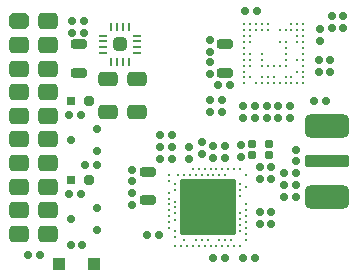
<source format=gbr>
%TF.GenerationSoftware,Altium Limited,Altium Designer,24.3.1 (35)*%
G04 Layer_Color=255*
%FSLAX45Y45*%
%MOMM*%
%TF.SameCoordinates,49A6F1C3-9DA9-4727-8ECF-3BB51FF8743F*%
%TF.FilePolarity,Positive*%
%TF.FileFunction,Pads,Top*%
%TF.Part,Single*%
G01*
G75*
%TA.AperFunction,ConnectorPad*%
G04:AMPARAMS|DCode=10|XSize=2mm|YSize=3.8mm|CornerRadius=0.5mm|HoleSize=0mm|Usage=FLASHONLY|Rotation=270.000|XOffset=0mm|YOffset=0mm|HoleType=Round|Shape=RoundedRectangle|*
%AMROUNDEDRECTD10*
21,1,2.00000,2.80000,0,0,270.0*
21,1,1.00000,3.80000,0,0,270.0*
1,1,1.00000,-1.40000,-0.50000*
1,1,1.00000,-1.40000,0.50000*
1,1,1.00000,1.40000,0.50000*
1,1,1.00000,1.40000,-0.50000*
%
%ADD10ROUNDEDRECTD10*%
G04:AMPARAMS|DCode=11|XSize=1mm|YSize=3.8mm|CornerRadius=0.25mm|HoleSize=0mm|Usage=FLASHONLY|Rotation=270.000|XOffset=0mm|YOffset=0mm|HoleType=Round|Shape=RoundedRectangle|*
%AMROUNDEDRECTD11*
21,1,1.00000,3.30000,0,0,270.0*
21,1,0.50000,3.80000,0,0,270.0*
1,1,0.50000,-1.65000,-0.25000*
1,1,0.50000,-1.65000,0.25000*
1,1,0.50000,1.65000,0.25000*
1,1,0.50000,1.65000,-0.25000*
%
%ADD11ROUNDEDRECTD11*%
%TA.AperFunction,SMDPad,CuDef*%
G04:AMPARAMS|DCode=12|XSize=0.6mm|YSize=0.6mm|CornerRadius=0.15mm|HoleSize=0mm|Usage=FLASHONLY|Rotation=180.000|XOffset=0mm|YOffset=0mm|HoleType=Round|Shape=RoundedRectangle|*
%AMROUNDEDRECTD12*
21,1,0.60000,0.30000,0,0,180.0*
21,1,0.30000,0.60000,0,0,180.0*
1,1,0.30000,-0.15000,0.15000*
1,1,0.30000,0.15000,0.15000*
1,1,0.30000,0.15000,-0.15000*
1,1,0.30000,-0.15000,-0.15000*
%
%ADD12ROUNDEDRECTD12*%
G04:AMPARAMS|DCode=13|XSize=4.75mm|YSize=4.75mm|CornerRadius=0.2375mm|HoleSize=0mm|Usage=FLASHONLY|Rotation=0.000|XOffset=0mm|YOffset=0mm|HoleType=Round|Shape=RoundedRectangle|*
%AMROUNDEDRECTD13*
21,1,4.75000,4.27500,0,0,0.0*
21,1,4.27500,4.75000,0,0,0.0*
1,1,0.47500,2.13750,-2.13750*
1,1,0.47500,-2.13750,-2.13750*
1,1,0.47500,-2.13750,2.13750*
1,1,0.47500,2.13750,2.13750*
%
%ADD13ROUNDEDRECTD13*%
%TA.AperFunction,BGAPad,CuDef*%
%ADD14C,0.26000*%
%TA.AperFunction,SMDPad,CuDef*%
%ADD15O,0.12500X0.12560*%
%TA.AperFunction,BGAPad,CuDef*%
%ADD16C,0.22000*%
%TA.AperFunction,SMDPad,CuDef*%
%ADD17C,0.12500*%
G04:AMPARAMS|DCode=18|XSize=0.8mm|YSize=1.35mm|CornerRadius=0.2mm|HoleSize=0mm|Usage=FLASHONLY|Rotation=270.000|XOffset=0mm|YOffset=0mm|HoleType=Round|Shape=RoundedRectangle|*
%AMROUNDEDRECTD18*
21,1,0.80000,0.95000,0,0,270.0*
21,1,0.40000,1.35000,0,0,270.0*
1,1,0.40000,-0.47500,-0.20000*
1,1,0.40000,-0.47500,0.20000*
1,1,0.40000,0.47500,0.20000*
1,1,0.40000,0.47500,-0.20000*
%
%ADD18ROUNDEDRECTD18*%
G04:AMPARAMS|DCode=19|XSize=0.6mm|YSize=0.6mm|CornerRadius=0.15mm|HoleSize=0mm|Usage=FLASHONLY|Rotation=270.000|XOffset=0mm|YOffset=0mm|HoleType=Round|Shape=RoundedRectangle|*
%AMROUNDEDRECTD19*
21,1,0.60000,0.30000,0,0,270.0*
21,1,0.30000,0.60000,0,0,270.0*
1,1,0.30000,-0.15000,-0.15000*
1,1,0.30000,-0.15000,0.15000*
1,1,0.30000,0.15000,0.15000*
1,1,0.30000,0.15000,-0.15000*
%
%ADD19ROUNDEDRECTD19*%
%ADD20R,0.23000X0.75000*%
G04:AMPARAMS|DCode=21|XSize=0.23mm|YSize=0.75mm|CornerRadius=0.0575mm|HoleSize=0mm|Usage=FLASHONLY|Rotation=180.000|XOffset=0mm|YOffset=0mm|HoleType=Round|Shape=RoundedRectangle|*
%AMROUNDEDRECTD21*
21,1,0.23000,0.63500,0,0,180.0*
21,1,0.11500,0.75000,0,0,180.0*
1,1,0.11500,-0.05750,0.31750*
1,1,0.11500,0.05750,0.31750*
1,1,0.11500,0.05750,-0.31750*
1,1,0.11500,-0.05750,-0.31750*
%
%ADD21ROUNDEDRECTD21*%
G04:AMPARAMS|DCode=22|XSize=0.23mm|YSize=0.75mm|CornerRadius=0.0575mm|HoleSize=0mm|Usage=FLASHONLY|Rotation=90.000|XOffset=0mm|YOffset=0mm|HoleType=Round|Shape=RoundedRectangle|*
%AMROUNDEDRECTD22*
21,1,0.23000,0.63500,0,0,90.0*
21,1,0.11500,0.75000,0,0,90.0*
1,1,0.11500,0.31750,0.05750*
1,1,0.11500,0.31750,-0.05750*
1,1,0.11500,-0.31750,-0.05750*
1,1,0.11500,-0.31750,0.05750*
%
%ADD22ROUNDEDRECTD22*%
G04:AMPARAMS|DCode=23|XSize=1.13mm|YSize=1.13mm|CornerRadius=0.2825mm|HoleSize=0mm|Usage=FLASHONLY|Rotation=90.000|XOffset=0mm|YOffset=0mm|HoleType=Round|Shape=RoundedRectangle|*
%AMROUNDEDRECTD23*
21,1,1.13000,0.56500,0,0,90.0*
21,1,0.56500,1.13000,0,0,90.0*
1,1,0.56500,0.28250,0.28250*
1,1,0.56500,0.28250,-0.28250*
1,1,0.56500,-0.28250,-0.28250*
1,1,0.56500,-0.28250,0.28250*
%
%ADD23ROUNDEDRECTD23*%
G04:AMPARAMS|DCode=24|XSize=0.75mm|YSize=0.65mm|CornerRadius=0.1625mm|HoleSize=0mm|Usage=FLASHONLY|Rotation=0.000|XOffset=0mm|YOffset=0mm|HoleType=Round|Shape=RoundedRectangle|*
%AMROUNDEDRECTD24*
21,1,0.75000,0.32500,0,0,0.0*
21,1,0.42500,0.65000,0,0,0.0*
1,1,0.32500,0.21250,-0.16250*
1,1,0.32500,-0.21250,-0.16250*
1,1,0.32500,-0.21250,0.16250*
1,1,0.32500,0.21250,0.16250*
%
%ADD24ROUNDEDRECTD24*%
%TA.AperFunction,BGAPad,SMDef*%
%ADD25C,0.25000*%
%TA.AperFunction,BGAPad,CuDef*%
%ADD26C,0.25000*%
%ADD27C,0.12500*%
%TA.AperFunction,SMDPad,CuDef*%
G04:AMPARAMS|DCode=28|XSize=0.6mm|YSize=0.7mm|CornerRadius=0.15mm|HoleSize=0mm|Usage=FLASHONLY|Rotation=270.000|XOffset=0mm|YOffset=0mm|HoleType=Round|Shape=RoundedRectangle|*
%AMROUNDEDRECTD28*
21,1,0.60000,0.40000,0,0,270.0*
21,1,0.30000,0.70000,0,0,270.0*
1,1,0.30000,-0.20000,-0.15000*
1,1,0.30000,-0.20000,0.15000*
1,1,0.30000,0.20000,0.15000*
1,1,0.30000,0.20000,-0.15000*
%
%ADD28ROUNDEDRECTD28*%
%ADD29R,0.80000X0.80000*%
G04:AMPARAMS|DCode=30|XSize=0.8mm|YSize=0.8mm|CornerRadius=0.2mm|HoleSize=0mm|Usage=FLASHONLY|Rotation=90.000|XOffset=0mm|YOffset=0mm|HoleType=Round|Shape=RoundedRectangle|*
%AMROUNDEDRECTD30*
21,1,0.80000,0.40000,0,0,90.0*
21,1,0.40000,0.80000,0,0,90.0*
1,1,0.40000,0.20000,0.20000*
1,1,0.40000,0.20000,-0.20000*
1,1,0.40000,-0.20000,-0.20000*
1,1,0.40000,-0.20000,0.20000*
%
%ADD30ROUNDEDRECTD30*%
%ADD31R,1.10000X1.10000*%
G04:AMPARAMS|DCode=32|XSize=1.1mm|YSize=1.1mm|CornerRadius=0.275mm|HoleSize=0mm|Usage=FLASHONLY|Rotation=90.000|XOffset=0mm|YOffset=0mm|HoleType=Round|Shape=RoundedRectangle|*
%AMROUNDEDRECTD32*
21,1,1.10000,0.55000,0,0,90.0*
21,1,0.55000,1.10000,0,0,90.0*
1,1,0.55000,0.27500,0.27500*
1,1,0.55000,0.27500,-0.27500*
1,1,0.55000,-0.27500,-0.27500*
1,1,0.55000,-0.27500,0.27500*
%
%ADD32ROUNDEDRECTD32*%
G04:AMPARAMS|DCode=33|XSize=1.65mm|YSize=1.25mm|CornerRadius=0.3125mm|HoleSize=0mm|Usage=FLASHONLY|Rotation=180.000|XOffset=0mm|YOffset=0mm|HoleType=Round|Shape=RoundedRectangle|*
%AMROUNDEDRECTD33*
21,1,1.65000,0.62500,0,0,180.0*
21,1,1.02500,1.25000,0,0,180.0*
1,1,0.62500,-0.51250,0.31250*
1,1,0.62500,0.51250,0.31250*
1,1,0.62500,0.51250,-0.31250*
1,1,0.62500,-0.51250,-0.31250*
%
%ADD33ROUNDEDRECTD33*%
%TA.AperFunction,ComponentPad*%
G04:AMPARAMS|DCode=43|XSize=1.4mm|YSize=1.7mm|CornerRadius=0mm|HoleSize=0mm|Usage=FLASHONLY|Rotation=270.000|XOffset=0mm|YOffset=0mm|HoleType=Round|Shape=Octagon|*
%AMOCTAGOND43*
4,1,8,0.85000,0.35000,0.85000,-0.35000,0.50000,-0.70000,-0.50000,-0.70000,-0.85000,-0.35000,-0.85000,0.35000,-0.50000,0.70000,0.50000,0.70000,0.85000,0.35000,0.0*
%
%ADD43OCTAGOND43*%

G04:AMPARAMS|DCode=44|XSize=1.4mm|YSize=1.7mm|CornerRadius=0.35mm|HoleSize=0mm|Usage=FLASHONLY|Rotation=270.000|XOffset=0mm|YOffset=0mm|HoleType=Round|Shape=RoundedRectangle|*
%AMROUNDEDRECTD44*
21,1,1.40000,1.00000,0,0,270.0*
21,1,0.70000,1.70000,0,0,270.0*
1,1,0.70000,-0.50000,-0.35000*
1,1,0.70000,-0.50000,0.35000*
1,1,0.70000,0.50000,0.35000*
1,1,0.70000,0.50000,-0.35000*
%
%ADD44ROUNDEDRECTD44*%
D10*
X2760000Y840000D02*
D03*
Y1440000D02*
D03*
D11*
Y1140000D02*
D03*
D12*
X2500000Y840000D02*
D03*
Y940000D02*
D03*
X2150000Y1510000D02*
D03*
Y1610000D02*
D03*
X2350000D02*
D03*
Y1510000D02*
D03*
X2050000D02*
D03*
Y1610000D02*
D03*
X2900000Y2370000D02*
D03*
Y2270000D02*
D03*
X2800000Y2370000D02*
D03*
Y2270000D02*
D03*
X2250000Y1610000D02*
D03*
Y1510000D02*
D03*
X2450000Y1610000D02*
D03*
Y1510000D02*
D03*
X1700000Y1299999D02*
D03*
Y1200000D02*
D03*
X1870000Y1660000D02*
D03*
Y1560000D02*
D03*
X2500000Y1140000D02*
D03*
Y1240000D02*
D03*
X2400000Y840000D02*
D03*
Y940000D02*
D03*
X1590000Y1160000D02*
D03*
Y1260000D02*
D03*
X1350000Y1160000D02*
D03*
Y1260000D02*
D03*
X1110000Y870000D02*
D03*
Y770000D02*
D03*
Y970000D02*
D03*
Y1069999D02*
D03*
X2030000Y1180000D02*
D03*
Y1280000D02*
D03*
X1450000Y1160000D02*
D03*
Y1260000D02*
D03*
X1770000Y1660000D02*
D03*
Y1560000D02*
D03*
X2700000Y2260000D02*
D03*
Y2160000D02*
D03*
X1770000Y1880000D02*
D03*
Y1980000D02*
D03*
Y2170000D02*
D03*
Y2070000D02*
D03*
D13*
X1750000Y749999D02*
D03*
D14*
X2075000Y524999D02*
D03*
X2024995Y599999D02*
D03*
X2075000Y924999D02*
D03*
Y774999D02*
D03*
Y724999D02*
D03*
Y624999D02*
D03*
Y574999D02*
D03*
X2025000Y949999D02*
D03*
Y899999D02*
D03*
Y849999D02*
D03*
Y649999D02*
D03*
Y549999D02*
D03*
Y699999D02*
D03*
X1425000Y1024999D02*
D03*
Y974999D02*
D03*
X1475000Y949999D02*
D03*
Y899999D02*
D03*
X1425000Y874999D02*
D03*
Y824999D02*
D03*
X1475000Y799999D02*
D03*
X1425000Y774999D02*
D03*
X1475000Y749999D02*
D03*
X1425000Y724999D02*
D03*
Y674999D02*
D03*
X1475000Y645000D02*
D03*
X1425000Y624999D02*
D03*
Y574999D02*
D03*
X1475000Y549999D02*
D03*
Y499999D02*
D03*
X1800000Y1024999D02*
D03*
X1850000D02*
D03*
X1900000D02*
D03*
X2075000D02*
D03*
X1700000D02*
D03*
X1650000D02*
D03*
X1600000D02*
D03*
X1550000D02*
D03*
X1500000D02*
D03*
X1750000D02*
D03*
Y474999D02*
D03*
X1850000D02*
D03*
X1900000D02*
D03*
X1950000D02*
D03*
X2075000D02*
D03*
X1775000Y424999D02*
D03*
X1875000D02*
D03*
X2025000D02*
D03*
X1675000D02*
D03*
X1625000D02*
D03*
X1475000D02*
D03*
X1700000Y474999D02*
D03*
X1650000D02*
D03*
X1550000D02*
D03*
X1725000Y424999D02*
D03*
X1825000Y1074999D02*
D03*
X1875000D02*
D03*
X1925000D02*
D03*
X1975000D02*
D03*
X2025000D02*
D03*
X1675000D02*
D03*
X1475000Y699999D02*
D03*
D15*
X2075000Y824999D02*
D03*
D16*
Y674999D02*
D03*
X1725000Y1074999D02*
D03*
X1825000Y424999D02*
D03*
X1925000D02*
D03*
X1975000D02*
D03*
X1575000D02*
D03*
X1525000D02*
D03*
X1775000Y1074999D02*
D03*
X1625000D02*
D03*
X2360000Y2250000D02*
D03*
X2410000D02*
D03*
X2460000D02*
D03*
X2410000Y2150000D02*
D03*
X2060000Y2100000D02*
D03*
X2560000D02*
D03*
X2060000Y2050000D02*
D03*
X2410000D02*
D03*
X2560000D02*
D03*
X2210000Y2000000D02*
D03*
X2410000D02*
D03*
X2560000D02*
D03*
X2210000Y1950000D02*
D03*
X2260000D02*
D03*
X2310000D02*
D03*
X2360000D02*
D03*
X2560000D02*
D03*
X2210000Y1850000D02*
D03*
X2260000D02*
D03*
X2310000D02*
D03*
X2160000Y1800000D02*
D03*
X2210000D02*
D03*
D17*
X1475000Y850000D02*
D03*
X1800000Y474999D02*
D03*
D18*
X660000Y2130000D02*
D03*
Y1890000D02*
D03*
X1900000D02*
D03*
Y2130000D02*
D03*
X1250000Y1049999D02*
D03*
Y809999D02*
D03*
D19*
X2190000Y1090000D02*
D03*
X2290000D02*
D03*
Y610000D02*
D03*
X2190000D02*
D03*
X2690000Y1900000D02*
D03*
X2790000D02*
D03*
X580000Y1530000D02*
D03*
X680000D02*
D03*
X2650000Y1650000D02*
D03*
X2750000D02*
D03*
X810000Y1110000D02*
D03*
X710000D02*
D03*
X2790000Y2000000D02*
D03*
X2690000D02*
D03*
X690000Y430000D02*
D03*
X590000D02*
D03*
X580000Y860000D02*
D03*
X680000D02*
D03*
X2400000Y1040000D02*
D03*
X2500000D02*
D03*
X2190000Y990000D02*
D03*
X2290000D02*
D03*
X2190000Y710000D02*
D03*
X2290000D02*
D03*
X1900000Y1169999D02*
D03*
X1800000D02*
D03*
X1900000Y1269999D02*
D03*
X1800000D02*
D03*
X2050000Y320000D02*
D03*
X2150000D02*
D03*
X1450000Y1360000D02*
D03*
X1350000D02*
D03*
X700000Y2230000D02*
D03*
X600000D02*
D03*
X700000Y2330000D02*
D03*
X600000D02*
D03*
X1940000Y1790000D02*
D03*
X1840000D02*
D03*
X2069800Y2415903D02*
D03*
X2169800D02*
D03*
X1800000Y320000D02*
D03*
X1900000D02*
D03*
X230000Y350000D02*
D03*
X330000D02*
D03*
X1340000Y519999D02*
D03*
X1240000D02*
D03*
D20*
X935000Y1985000D02*
D03*
D21*
X985000D02*
D03*
X1035000D02*
D03*
X1085000D02*
D03*
Y2275000D02*
D03*
X1035000D02*
D03*
X985000D02*
D03*
X935000D02*
D03*
D22*
X1155000Y2055000D02*
D03*
Y2105000D02*
D03*
Y2155000D02*
D03*
Y2205000D02*
D03*
X865000D02*
D03*
Y2155000D02*
D03*
Y2105000D02*
D03*
Y2055000D02*
D03*
D23*
X1010000Y2130000D02*
D03*
D24*
X2130000Y1190000D02*
D03*
X2270000D02*
D03*
Y1290000D02*
D03*
X2130000D02*
D03*
D25*
X2060000Y2300000D02*
D03*
X2560000D02*
D03*
X2110000Y2250000D02*
D03*
Y1850000D02*
D03*
X2060000Y1800000D02*
D03*
X2560000D02*
D03*
X2510000Y2250000D02*
D03*
D26*
X2110000Y2300000D02*
D03*
X2160000D02*
D03*
X2210000D02*
D03*
X2260000D02*
D03*
X2460000D02*
D03*
X2510000D02*
D03*
X2060000Y2250000D02*
D03*
X2160000D02*
D03*
X2210000D02*
D03*
X2260000D02*
D03*
X2560000D02*
D03*
X2060000Y2200000D02*
D03*
X2110000D02*
D03*
X2510000D02*
D03*
X2560000D02*
D03*
X2060000Y2150000D02*
D03*
X2110000D02*
D03*
X2360000D02*
D03*
X2510000D02*
D03*
X2560000D02*
D03*
X2410000Y2100000D02*
D03*
X2110000Y2050000D02*
D03*
X2210000D02*
D03*
X2060000Y2000000D02*
D03*
X2110000D02*
D03*
X2510000D02*
D03*
X2060000Y1950000D02*
D03*
X2110000D02*
D03*
X2410000D02*
D03*
X2060000Y1900000D02*
D03*
X2510000D02*
D03*
X2560000D02*
D03*
X2060000Y1850000D02*
D03*
X2410000D02*
D03*
X2460000D02*
D03*
X2560000D02*
D03*
X2260000Y1800000D02*
D03*
X2310000D02*
D03*
X2360000D02*
D03*
X2410000D02*
D03*
X2460000D02*
D03*
X2510000D02*
D03*
D27*
X2310000Y2300000D02*
D03*
X2360000D02*
D03*
X2410000D02*
D03*
X2310000Y2250000D02*
D03*
X2210000Y2150000D02*
D03*
X2260000D02*
D03*
X2310000D02*
D03*
X2110000Y2100000D02*
D03*
X2210000D02*
D03*
X2510000D02*
D03*
Y2050000D02*
D03*
Y1950000D02*
D03*
X2110000Y1900000D02*
D03*
X2160000Y1850000D02*
D03*
X2360000D02*
D03*
X2110000Y1800000D02*
D03*
D28*
X810000Y1225000D02*
D03*
Y1415000D02*
D03*
X590000Y1320000D02*
D03*
X810000Y555000D02*
D03*
Y745000D02*
D03*
X590000Y650000D02*
D03*
D29*
X590000Y1650000D02*
D03*
Y980000D02*
D03*
D30*
X750000Y1650000D02*
D03*
Y980000D02*
D03*
D31*
X490000Y270000D02*
D03*
D32*
X790000D02*
D03*
D33*
X1150000Y1840000D02*
D03*
Y1560000D02*
D03*
X910000D02*
D03*
Y1840000D02*
D03*
D43*
X157000Y2326000D02*
D03*
D44*
Y2126000D02*
D03*
Y1926000D02*
D03*
Y1726000D02*
D03*
Y1526000D02*
D03*
Y1326000D02*
D03*
Y1126000D02*
D03*
X403000Y2326000D02*
D03*
Y2126000D02*
D03*
Y1926000D02*
D03*
Y1726000D02*
D03*
Y1526000D02*
D03*
Y1326000D02*
D03*
Y1126000D02*
D03*
X157000Y926000D02*
D03*
Y726000D02*
D03*
X403000Y926000D02*
D03*
Y726000D02*
D03*
X157000Y526000D02*
D03*
X403000D02*
D03*
%TF.MD5,54c900b1783e69ff18f8fd52138c0c91*%
M02*

</source>
